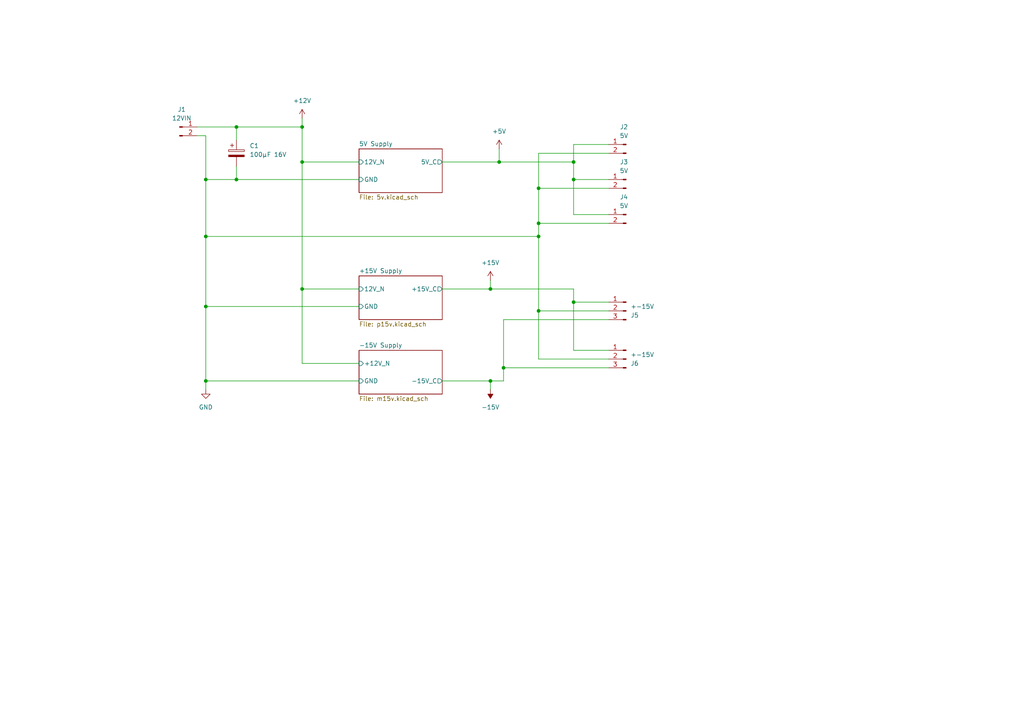
<source format=kicad_sch>
(kicad_sch (version 20231120) (generator "eeschema") (generator_version "8.0")
  (paper "A4")
  (lib_symbols
    (symbol "Connector:Conn_01x02_Pin" (pin_names (offset 1.016) hide)
      (property "Reference" "J" (at 0 2.54 0))
      (property "Value" "Conn_01x02_Pin" (at 0 -5.08 0))
      (symbol "Conn_01x02_Pin_1_1"
        (polyline (pts (xy 1.27 -2.54) (xy 0.8636 -2.54)) (stroke (width 0.1524)))
        (polyline (pts (xy 1.27 0) (xy 0.8636 0)) (stroke (width 0.1524)))
        (rectangle (start 0.8636 -2.413) (end 0 -2.667) (stroke (width 0.1524)) (fill (type outline)))
        (rectangle (start 0.8636 0.127) (end 0 -0.127) (stroke (width 0.1524)) (fill (type outline)))
        (pin passive line (at 5.08 0 180) (length 3.81) (name "Pin_1") (number "1"))
        (pin passive line (at 5.08 -2.54 180) (length 3.81) (name "Pin_2") (number "2"))
      )
    )
    (symbol "Connector:Conn_01x03_Pin" (pin_names (offset 1.016) hide)
      (property "Reference" "J" (at 0 5.08 0))
      (property "Value" "Conn_01x03_Pin" (at 0 -5.08 0))
      (symbol "Conn_01x03_Pin_1_1"
        (polyline (pts (xy 1.27 -2.54) (xy 0.8636 -2.54)) (stroke (width 0.1524)))
        (polyline (pts (xy 1.27 0) (xy 0.8636 0)) (stroke (width 0.1524)))
        (polyline (pts (xy 1.27 2.54) (xy 0.8636 2.54)) (stroke (width 0.1524)))
        (rectangle (start 0.8636 -2.413) (end 0 -2.667) (stroke (width 0.1524)) (fill (type outline)))
        (rectangle (start 0.8636 0.127) (end 0 -0.127) (stroke (width 0.1524)) (fill (type outline)))
        (rectangle (start 0.8636 2.667) (end 0 2.413) (stroke (width 0.1524)) (fill (type outline)))
        (pin passive line (at 5.08 2.54 180) (length 3.81) (name "Pin_1") (number "1"))
        (pin passive line (at 5.08 0 180) (length 3.81) (name "Pin_2") (number "2"))
        (pin passive line (at 5.08 -2.54 180) (length 3.81) (name "Pin_3") (number "3"))
      )
    )
    (symbol "Device:C_Polarized" (pin_numbers hide) (pin_names (offset 0.254))
      (property "Reference" "C" (at 0.635 2.54 0))
      (property "Value" "C_Polarized" (at 0.635 -2.54 0))
      (symbol "C_Polarized_0_1"
        (rectangle (start -2.286 0.508) (end 2.286 1.016))
        (polyline (pts (xy -1.778 2.286) (xy -0.762 2.286)))
        (polyline (pts (xy -1.27 2.794) (xy -1.27 1.778)))
        (rectangle (start 2.286 -0.508) (end -2.286 -1.016) (fill (type outline)))
      )
      (symbol "C_Polarized_1_1"
        (pin passive line (at 0 3.81 270) (length 2.794) (name "~") (number "1"))
        (pin passive line (at 0 -3.81 90) (length 2.794) (name "~") (number "2"))
      )
    )
    (symbol "power:+12V" (power) (pin_numbers hide) (pin_names (offset 0) hide)
      (property "Value" "+12V" (at 0 3.556 0))
      (symbol "+12V_0_1"
        (polyline (pts (xy -0.762 1.27) (xy 0 2.54)))
        (polyline (pts (xy 0 0) (xy 0 2.54)))
        (polyline (pts (xy 0 2.54) (xy 0.762 1.27)))
      )
      (symbol "+12V_1_1"
        (pin power_in line (at 0 0 90) (length 0) (name "~") (number "1"))
      )
    )
    (symbol "power:+15V" (power) (pin_numbers hide) (pin_names (offset 0) hide)
      (property "Value" "+15V" (at 0 3.556 0))
      (symbol "+15V_0_1"
        (polyline (pts (xy -0.762 1.27) (xy 0 2.54)))
        (polyline (pts (xy 0 0) (xy 0 2.54)))
        (polyline (pts (xy 0 2.54) (xy 0.762 1.27)))
      )
      (symbol "+15V_1_1"
        (pin power_in line (at 0 0 90) (length 0) (name "~") (number "1"))
      )
    )
    (symbol "power:+5V" (power) (pin_numbers hide) (pin_names (offset 0) hide)
      (property "Value" "+5V" (at 0 3.556 0))
      (symbol "+5V_0_1"
        (polyline (pts (xy -0.762 1.27) (xy 0 2.54)))
        (polyline (pts (xy 0 0) (xy 0 2.54)))
        (polyline (pts (xy 0 2.54) (xy 0.762 1.27)))
      )
      (symbol "+5V_1_1"
        (pin power_in line (at 0 0 90) (length 0) (name "~") (number "1"))
      )
    )
    (symbol "power:-15V" (power) (pin_numbers hide) (pin_names (offset 0) hide)
      (property "Value" "-15V" (at 0 3.556 0))
      (symbol "-15V_0_0"
        (pin power_in line (at 0 0 90) (length 0) (name "~") (number "1"))
      )
      (symbol "-15V_0_1"
        (polyline (pts (xy 0 0) (xy 0 1.27) (xy 0.762 1.27) (xy 0 2.54) (xy -0.762 1.27) (xy 0 1.27)) (fill (type outline)))
      )
    )
    (symbol "power:GND" (power) (pin_numbers hide) (pin_names (offset 0) hide)
      (property "Value" "GND" (at 0 -3.81 0))
      (symbol "GND_0_1"
        (polyline (pts (xy 0 0) (xy 0 -1.27) (xy 1.27 -1.27) (xy 0 -2.54) (xy -1.27 -1.27) (xy 0 -1.27)))
      )
      (symbol "GND_1_1"
        (pin power_in line (at 0 0 270) (length 0) (name "~") (number "1"))
      )
    )
  )
  (junction (at 166.37 46.99))
  (junction (at 142.24 83.82))
  (junction (at 166.37 52.07))
  (junction (at 156.21 68.58))
  (junction (at 156.21 90.17))
  (junction (at 146.05 106.68))
  (junction (at 144.78 46.99))
  (junction (at 87.63 83.82))
  (junction (at 68.58 52.07))
  (junction (at 142.24 110.49))
  (junction (at 156.21 54.61))
  (junction (at 59.69 88.9))
  (junction (at 156.21 64.77))
  (junction (at 59.69 52.07))
  (junction (at 87.63 46.99))
  (junction (at 87.63 36.83))
  (junction (at 59.69 110.49))
  (junction (at 59.69 68.58))
  (junction (at 68.58 36.83))
  (junction (at 166.37 87.63))
  (wire (pts (xy 87.63 105.41) (xy 87.63 83.82)))
  (wire (pts (xy 59.69 39.37) (xy 59.69 52.07)))
  (wire (pts (xy 176.53 62.23) (xy 166.37 62.23)))
  (wire (pts (xy 176.53 92.71) (xy 146.05 92.71)))
  (wire (pts (xy 59.69 88.9) (xy 104.14 88.9)))
  (wire (pts (xy 87.63 83.82) (xy 87.63 46.99)))
  (wire (pts (xy 59.69 110.49) (xy 104.14 110.49)))
  (wire (pts (xy 146.05 106.68) (xy 146.05 110.49)))
  (wire (pts (xy 144.78 46.99) (xy 166.37 46.99)))
  (wire (pts (xy 87.63 83.82) (xy 104.14 83.82)))
  (wire (pts (xy 87.63 34.29) (xy 87.63 36.83)))
  (wire (pts (xy 68.58 48.26) (xy 68.58 52.07)))
  (wire (pts (xy 156.21 90.17) (xy 176.53 90.17)))
  (wire (pts (xy 144.78 43.18) (xy 144.78 46.99)))
  (wire (pts (xy 59.69 68.58) (xy 59.69 88.9)))
  (wire (pts (xy 166.37 46.99) (xy 166.37 41.91)))
  (wire (pts (xy 156.21 90.17) (xy 156.21 68.58)))
  (wire (pts (xy 166.37 52.07) (xy 176.53 52.07)))
  (wire (pts (xy 156.21 54.61) (xy 176.53 54.61)))
  (wire (pts (xy 166.37 87.63) (xy 176.53 87.63)))
  (wire (pts (xy 128.27 83.82) (xy 142.24 83.82)))
  (wire (pts (xy 156.21 64.77) (xy 176.53 64.77)))
  (wire (pts (xy 166.37 52.07) (xy 166.37 46.99)))
  (wire (pts (xy 176.53 106.68) (xy 146.05 106.68)))
  (wire (pts (xy 87.63 46.99) (xy 104.14 46.99)))
  (wire (pts (xy 59.69 68.58) (xy 156.21 68.58)))
  (wire (pts (xy 59.69 52.07) (xy 59.69 68.58)))
  (wire (pts (xy 68.58 36.83) (xy 68.58 40.64)))
  (wire (pts (xy 166.37 41.91) (xy 176.53 41.91)))
  (wire (pts (xy 156.21 64.77) (xy 156.21 68.58)))
  (wire (pts (xy 166.37 87.63) (xy 166.37 101.6)))
  (wire (pts (xy 142.24 83.82) (xy 166.37 83.82)))
  (wire (pts (xy 68.58 52.07) (xy 104.14 52.07)))
  (wire (pts (xy 166.37 62.23) (xy 166.37 52.07)))
  (wire (pts (xy 156.21 104.14) (xy 156.21 90.17)))
  (wire (pts (xy 146.05 110.49) (xy 142.24 110.49)))
  (wire (pts (xy 87.63 36.83) (xy 87.63 46.99)))
  (wire (pts (xy 128.27 46.99) (xy 144.78 46.99)))
  (wire (pts (xy 146.05 92.71) (xy 146.05 106.68)))
  (wire (pts (xy 176.53 104.14) (xy 156.21 104.14)))
  (wire (pts (xy 59.69 52.07) (xy 68.58 52.07)))
  (wire (pts (xy 166.37 83.82) (xy 166.37 87.63)))
  (wire (pts (xy 156.21 44.45) (xy 156.21 54.61)))
  (wire (pts (xy 176.53 44.45) (xy 156.21 44.45)))
  (wire (pts (xy 59.69 88.9) (xy 59.69 110.49)))
  (wire (pts (xy 142.24 110.49) (xy 128.27 110.49)))
  (wire (pts (xy 57.15 36.83) (xy 68.58 36.83)))
  (wire (pts (xy 68.58 36.83) (xy 87.63 36.83)))
  (wire (pts (xy 142.24 110.49) (xy 142.24 113.03)))
  (wire (pts (xy 104.14 105.41) (xy 87.63 105.41)))
  (wire (pts (xy 59.69 110.49) (xy 59.69 113.03)))
  (wire (pts (xy 142.24 81.28) (xy 142.24 83.82)))
  (wire (pts (xy 166.37 101.6) (xy 176.53 101.6)))
  (wire (pts (xy 156.21 54.61) (xy 156.21 64.77)))
  (wire (pts (xy 57.15 39.37) (xy 59.69 39.37)))
  (symbol (lib_id "power:+15V") (at 142.24 81.28 0) (unit 1)
    (property "Reference" "#PWR03" (effects (hide yes)))
    (property "Value" "+15V" (at 142.24 76.2 0))
    (property "Description" "Power symbol creates a global label with name \"+15V\"" (effects (hide yes)))
  )
  (symbol (lib_id "Connector:Conn_01x03_Pin") (at 181.61 104.14 0) (mirror y) (unit 1)
    (property "Reference" "J6" (at 182.88 105.4101 0) (effects (justify right)))
    (property "Value" "+-15V" (at 182.88 102.8701 0) (effects (justify right)))
    (property "Footprint" "BW_Connectors:Amphenol_MINITEK_0.8_3P_V" (effects (hide yes)))
    (property "Description" "Generic connector, single row, 01x03, script generated" (effects (hide yes)))
  )
  (symbol (lib_id "power:GND") (at 59.69 113.03 0) (unit 1)
    (property "Reference" "#PWR04" (effects (hide yes)))
    (property "Value" "GND" (at 59.69 118.11 0))
    (property "Description" "Power symbol creates a global label with name \"GND\" , ground" (effects (hide yes)))
  )
  (symbol (lib_id "Connector:Conn_01x02_Pin") (at 52.07 36.83 0) (unit 1)
    (property "Reference" "J1" (at 52.705 31.75 0))
    (property "Value" "12VIN" (at 52.705 34.29 0))
    (property "Footprint" "BW_Connectors:Amphenol_MINITEK_0.8_2P_V" (effects (hide yes)))
    (property "Description" "Generic connector, single row, 01x02, script generated" (effects (hide yes)))
  )
  (symbol (lib_id "Connector:Conn_01x03_Pin") (at 181.61 90.17 0) (mirror y) (unit 1)
    (property "Reference" "J5" (at 182.88 91.4401 0) (effects (justify right)))
    (property "Value" "+-15V" (at 182.88 88.9001 0) (effects (justify right)))
    (property "Footprint" "BW_Connectors:Amphenol_MINITEK_0.8_3P_V" (effects (hide yes)))
    (property "Description" "Generic connector, single row, 01x03, script generated" (effects (hide yes)))
  )
  (symbol (lib_id "power:+12V") (at 87.63 34.29 0) (unit 1)
    (property "Reference" "#PWR01" (effects (hide yes)))
    (property "Value" "+12V" (at 87.63 29.21 0))
    (property "Description" "Power symbol creates a global label with name \"+12V\"" (effects (hide yes)))
  )
  (symbol (lib_id "power:-15V") (at 142.24 113.03 180) (unit 1)
    (property "Reference" "#PWR05" (effects (hide yes)))
    (property "Value" "-15V" (at 142.24 118.11 0))
    (property "Description" "Power symbol creates a global label with name \"-15V\"" (effects (hide yes)))
  )
  (symbol (lib_id "Connector:Conn_01x02_Pin") (at 181.61 62.23 0) (mirror y) (unit 1)
    (property "Reference" "J4" (at 180.975 57.15 0))
    (property "Value" "5V" (at 180.975 59.69 0))
    (property "Footprint" "BW_Connectors:Amphenol_MINITEK_0.8_2P_V" (effects (hide yes)))
    (property "Description" "Generic connector, single row, 01x02, script generated" (effects (hide yes)))
  )
  (symbol (lib_id "Device:C_Polarized") (at 68.58 44.45 0) (unit 1)
    (property "Reference" "C1" (at 72.39 42.2909 0) (effects (justify left)))
    (property "Value" "100µF 16V" (at 72.39 44.8309 0) (effects (justify left)))
    (property "Footprint" "Capacitor_SMD:CP_Elec_6.3x5.8" (effects (hide yes)))
    (property "Description" "Polarized capacitor" (effects (hide yes)))
  )
  (symbol (lib_id "Connector:Conn_01x02_Pin") (at 181.61 41.91 0) (mirror y) (unit 1)
    (property "Reference" "J2" (at 180.975 36.83 0))
    (property "Value" "5V" (at 180.975 39.37 0))
    (property "Footprint" "BW_Connectors:Amphenol_MINITEK_0.8_2P_V" (effects (hide yes)))
    (property "Description" "Generic connector, single row, 01x02, script generated" (effects (hide yes)))
  )
  (symbol (lib_id "Connector:Conn_01x02_Pin") (at 181.61 52.07 0) (mirror y) (unit 1)
    (property "Reference" "J3" (at 180.975 46.99 0))
    (property "Value" "5V" (at 180.975 49.53 0))
    (property "Footprint" "BW_Connectors:Amphenol_MINITEK_0.8_2P_V" (effects (hide yes)))
    (property "Description" "Generic connector, single row, 01x02, script generated" (effects (hide yes)))
  )
  (symbol (lib_id "power:+5V") (at 144.78 43.18 0) (unit 1)
    (property "Reference" "#PWR02" (effects (hide yes)))
    (property "Value" "+5V" (at 144.78 38.1 0))
    (property "Description" "Power symbol creates a global label with name \"+5V\"" (effects (hide yes)))
  )
  (sheet (at 104.14 101.6) (size 24.13 12.7) (stroke (width 0.1524))
    (property "Sheetname" "-15V Supply" (at 104.14 100.8884 0) (effects (justify left bottom)))
    (property "Sheetfile" "m15v.kicad_sch" (at 104.14 114.8846 0) (effects (justify left top)))
    (pin "GND" input (at 104.14 110.49 180))
    (pin "+12V_N" input (at 104.14 105.41 180))
    (pin "-15V_C" output (at 128.27 110.49 0))
  )
  (sheet (at 104.14 43.18) (size 24.13 12.7) (stroke (width 0.1524))
    (property "Sheetname" "5V Supply" (at 104.14 42.4684 0) (effects (justify left bottom)))
    (property "Sheetfile" "5v.kicad_sch" (at 104.14 56.4646 0) (effects (justify left top)))
    (pin "12V_N" input (at 104.14 46.99 180))
    (pin "GND" input (at 104.14 52.07 180))
    (pin "5V_C" output (at 128.27 46.99 0))
  )
  (sheet (at 104.14 80.01) (size 24.13 12.7) (stroke (width 0.1524))
    (property "Sheetname" "+15V Supply" (at 104.14 79.2984 0) (effects (justify left bottom)))
    (property "Sheetfile" "p15v.kicad_sch" (at 104.14 93.2946 0) (effects (justify left top)))
    (pin "12V_N" input (at 104.14 83.82 180))
    (pin "GND" input (at 104.14 88.9 180))
    (pin "+15V_C" output (at 128.27 83.82 0))
  )
)
</source>
